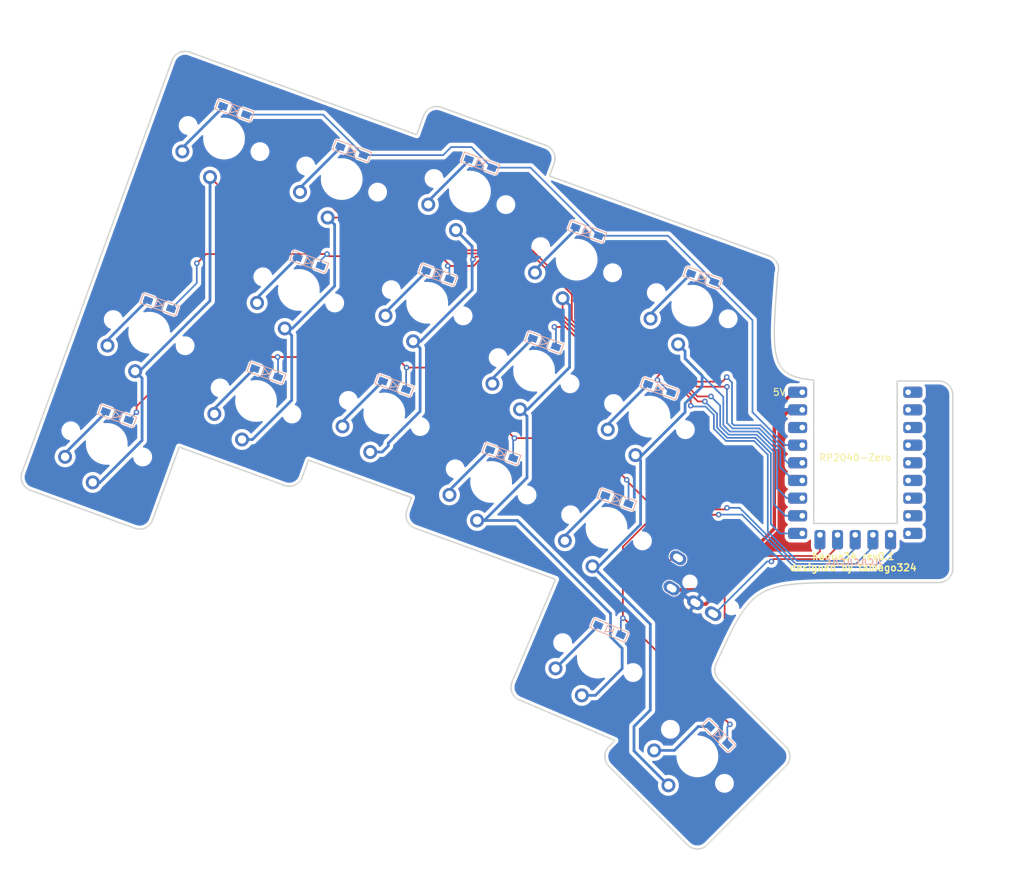
<source format=kicad_pcb>
(kicad_pcb (version 20211014) (generator pcbnew)
  (layers (0 "F.Cu" signal) (31 "B.Cu" signal) (34 "B.Paste" user) (35 "F.Paste" user) (36 "B.SilkS" user "B.Silkscreen") (37 "F.SilkS" user "F.Silkscreen") (38 "B.Mask" user) (39 "F.Mask" user) (44 "Edge.Cuts" user))
  (net 0 "")
  (net 1 "row0")
  (net 2 "Net-(D1-Pad2)")
  (net 3 "Net-(D2-Pad2)")
  (net 4 "Net-(D3-Pad2)")
  (net 5 "Net-(D4-Pad2)")
  (net 6 "Net-(D5-Pad2)")
  (net 7 "row1")
  (net 8 "Net-(D11-Pad2)")
  (net 9 "Net-(D12-Pad2)")
  (net 10 "Net-(D13-Pad2)")
  (net 11 "Net-(D14-Pad2)")
  (net 12 "Net-(D15-Pad2)")
  (net 13 "row2")
  (net 14 "row3")
  (net 15 "data-rx-l")
  (net 16 "data-tx-l")
  (net 17 "GND")
  (net 18 "VCC")
  (net 28 "col2")
  (net 29 "col3")
  (net 30 "col4")
  (net 31 "col1")
  (net 32 "col0")
  (net 34 "Net-(D6-Pad2)")
  (net 35 "Net-(D7-Pad2)")
  (net 36 "Net-(D8-Pad2)")
  (net 37 "Net-(D9-Pad2)")
  (net 38 "Net-(D10-Pad2)")
  (net 39 "Net-(D16-Pad2)")
  (net 40 "Net-(D17-Pad2)")
  (footprint "haqua34:SW_Choc_V2" (layer "F.Cu") (at 98.2 52.6 -20)
    (fp_text reference "SW4" hide)
    (fp_text value "SW_PUSH")
  )
  (footprint "haqua34:Diode_SMD" (layer "F.Cu") (at 65.875 36.95 160)
    (fp_text reference "D2" hide)
    (fp_text value "D" hide)
  )
  (footprint "haqua34:SW_Choc_V2" (layer "F.Cu") (at 102.5 91.175 -20)
    (fp_text reference "SW15" hide)
    (fp_text value "SW_PUSH")
  )
  (footprint "haqua34:MJ-4PP-9" (layer "F.Cu") (at 121.75 103.45 -121.5)
    (fp_text reference "J1" hide)
    (fp_text value "MJ-4PP-9" hide)
  )
  (footprint "haqua34:SW_Choc_V2" (layer "F.Cu") (at 82.85 42.8 -20)
    (fp_text reference "SW3" hide)
    (fp_text value "SW_PUSH")
  )
  (footprint "haqua34:Diode_SMD" (layer "F.Cu") (at 93.55 64.525 160)
    (fp_text reference "D9" hide)
    (fp_text value "D" hide)
  )
  (footprint "haqua34:SW_Choc_V2" (layer "F.Cu") (at 101.25 109.85 -23)
    (fp_text reference "SW16" hide)
    (fp_text value "SW_PUSH")
  )
  (footprint "haqua34:Diode_SMD" (layer "F.Cu") (at 110.15 71.125 160)
    (fp_text reference "D10" hide)
    (fp_text value "D" hide)
  )
  (footprint "haqua34:Diode_SMD" (layer "F.Cu") (at 78.225 54.775 160)
    (fp_text reference "D8" hide)
    (fp_text value "D" hide)
  )
  (footprint "haqua34:Diode_SMD" (layer "F.Cu") (at 72 70.675 160)
    (fp_text reference "D13" hide)
    (fp_text value "D" hide)
  )
  (footprint "haqua34:SW_Choc_V2" (layer "F.Cu") (at 76.7 58.8 -20)
    (fp_text reference "SW8" hide)
    (fp_text value "SW_PUSH")
  )
  (footprint "haqua34:SW_Choc_V2" (layer "F.Cu") (at 108.675 75.175 -20)
    (fp_text reference "SW10" hide)
    (fp_text value "SW_PUSH")
  )
  (footprint "haqua34:SW_Choc_V2" (layer "F.Cu") (at 114.825 59.225 -20)
    (fp_text reference "SW5" hide)
    (fp_text value "SW_PUSH")
  )
  (footprint "haqua34:SW_Choc_V2" (layer "F.Cu") (at 92.075 68.575 -20)
    (fp_text reference "SW9" hide)
    (fp_text value "SW_PUSH")
  )
  (footprint "haqua34:Diode_SMD" (layer "F.Cu") (at 38.2 59.05 160)
    (fp_text reference "D6" hide)
    (fp_text value "D" hide)
  )
  (footprint "haqua34:Diode_SMD" (layer "F.Cu") (at 84.35 38.75 160)
    (fp_text reference "D3" hide)
    (fp_text value "D" hide)
  )
  (footprint "haqua34:Diode_SMD" (layer "F.Cu") (at 104 87.125 160)
    (fp_text reference "D15" hide)
    (fp_text value "D" hide)
  )
  (footprint "haqua34:Diode_SMD" (layer "F.Cu") (at 32.1 75.05 160)
    (fp_text reference "D11" hide)
    (fp_text value "D" hide)
  )
  (footprint "haqua34:SW_Choc_V2" (layer "F.Cu") (at 58.225 56.95 -20)
    (fp_text reference "SW7" hide)
    (fp_text value "SW_PUSH")
  )
  (footprint "haqua34:Diode_SMD" (layer "F.Cu") (at 99.7 48.55 160)
    (fp_text reference "D4" hide)
    (fp_text value "D" hide)
  )
  (footprint "haqua34:Diode_SMD" (layer "F.Cu") (at 48.975 31.125 160)
    (fp_text reference "D1" hide)
    (fp_text value "D" hide)
  )
  (footprint "haqua34:SW_Choc_V2" (layer "F.Cu") (at 52.075 72.925 -20)
    (fp_text reference "SW12" hide)
    (fp_text value "SW_PUSH")
  )
  (footprint "haqua34:Diode_SMD" (layer "F.Cu") (at 59.725 52.9 160)
    (fp_text reference "D7" hide)
    (fp_text value "D" hide)
  )
  (footprint "haqua34:SW_Choc_V2" (layer "F.Cu") (at 70.525 74.725 -20)
    (fp_text reference "SW13" hide)
    (fp_text value "SW_PUSH")
  )
  (footprint "haqua34:RP2040-Zero" (layer "F.Cu") (at 128.119 94.525)
    (fp_text reference "RZ1")
    (fp_text value "RP2040-Zero")
  )
  (footprint "haqua34:Diode_SMD" (layer "F.Cu") (at 87.4 80.55 160)
    (fp_text reference "D14" hide)
    (fp_text value "D" hide)
  )
  (footprint "haqua34:Diode_SMD" (layer "F.Cu") (at 118.625 121.025 135)
    (fp_text reference "D17" hide)
    (fp_text value "D" hide)
  )
  (footprint "haqua34:Diode_SMD" (layer "F.Cu") (at 102.925 105.875 157)
    (fp_text reference "D16" hide)
    (fp_text value "D" hide)
  )
  (footprint "haqua34:SW_Choc_V2" (layer "F.Cu") (at 115.575 124.05 -45)
    (fp_text reference "SW17" hide)
    (fp_text value "SW_PUSH")
  )
  (footprint "haqua34:SW_Choc_V2" (layer "F.Cu") (at 64.4 41 -20)
    (fp_text reference "SW2" hide)
    (fp_text value "SW_PUSH")
  )
  (footprint "haqua34:SW_Choc_V2" (layer "F.Cu") (at 47.473157 35.175 -20)
    (fp_text reference "SW1" hide)
    (fp_text value "SW_PUSH")
  )
  (footprint "haqua34:Diode_SMD" (layer "F.Cu") (at 53.575 68.875 160)
    (fp_text reference "D12" hide)
    (fp_text value "D" hide)
  )
  (footprint "haqua34:Diode_SMD" (layer "F.Cu") (at 116.325 55.2 160)
    (fp_text reference "D5" hide)
    (fp_text value "D" hide)
  )
  (footprint "haqua34:SW_Choc_V2" (layer "F.Cu") (at 85.9 84.575 -20)
    (fp_text reference "SW14" hide)
    (fp_text value "SW_PUSH")
  )
  (footprint "haqua34:SW_Choc_V2" (layer "F.Cu") (at 36.7 63.1 -20)
    (fp_text reference "SW6" hide)
    (fp_text value "SW_PUSH")
  )
  (footprint "haqua34:SW_Choc_V2" (layer "F.Cu") (at 30.6 79.1 -20)
    (fp_text reference "SW11" hide)
    (fp_text value "SW_PUSH")
  )
  (gr_line (start 138.31276 99.050465) (end 150.31276 99.050465) (layer "Edge.Cuts") (width 0.2))
  (gr_arc (start 58.733446 83.879697) (mid 57.699298 85.008273) (end 56.170021 85.075042) (layer "Edge.Cuts") (width 0.2))
  (gr_line (start 19.6032 85.769459) (end 34.638282 91.241781) (layer "Edge.Cuts") (width 0.2))
  (gr_line (start 42.543069 22.742688) (end 75.178806 34.621125) (layer "Edge.Cuts") (width 0.2))
  (gr_line (start 132.31276 70.050465) (end 132.31276 69.916037) (layer "Edge.Cuts") (width 0.2))
  (gr_line (start 41.018354 79.560287) (end 56.170021 85.075042) (layer "Edge.Cuts") (width 0.2))
  (gr_line (start 74.438153 86.828202) (end 73.768529 88.66798) (layer "Edge.Cuts") (width 0.2))
  (gr_line (start 95.765379 118.407236) (end 103.707931 121.77865) (layer "Edge.Cuts") (width 0.2))
  (gr_line (start 74.963873 91.231405) (end 95.170636 98.586065) (layer "Edge.Cuts") (width 0.2))
  (gr_line (start 128.292419 122.650005) (end 118.660975 113.018561) (layer "Edge.Cuts") (width 0.2))
  (gr_line (start 37.201707 90.046436) (end 41.018354 79.560287) (layer "Edge.Cuts") (width 0.2))
  (gr_line (start 103.707931 121.77865) (end 102.836575 122.650005) (layer "Edge.Cuts") (width 0.2))
  (gr_arc (start 125.941527 52.071184) (mid 127.070102 53.105332) (end 127.136872 54.634609) (layer "Edge.Cuts") (width 0.2))
  (gr_line (start 89.973367 115.948673) (end 95.765379 118.407236) (layer "Edge.Cuts") (width 0.2))
  (gr_arc (start 152.31276 97.050465) (mid 151.726975 98.46468) (end 150.31276 99.050465) (layer "Edge.Cuts") (width 0.2))
  (gr_arc (start 37.201707 90.046436) (mid 36.167559 91.175011) (end 34.638282 91.241781) (layer "Edge.Cuts") (width 0.2))
  (gr_arc (start 19.6032 85.769459) (mid 18.474625 84.73531) (end 18.407855 83.206033) (layer "Edge.Cuts") (width 0.2))
  (gr_arc (start 39.979643 23.938033) (mid 41.013792 22.809457) (end 42.543069 22.742688) (layer "Edge.Cuts") (width 0.2))
  (gr_arc (start 93.776707 36.15229) (mid 94.905282 37.186439) (end 94.972052 38.715715) (layer "Edge.Cuts") (width 0.2))
  (gr_line (start 75.178806 34.621125) (end 76.178199 31.875312) (layer "Edge.Cuts") (width 0.2))
  (gr_arc (start 89.973367 115.948673) (mid 88.900462 114.856876) (end 88.91382 113.326201) (layer "Edge.Cuts") (width 0.2))
  (gr_line (start 102.836575 125.478432) (end 114.150284 136.792141) (layer "Edge.Cuts") (width 0.2))
  (gr_line (start 138.31276 90.550465) (end 144.31276 90.550465) (layer "Edge.Cuts") (width 0.2))
  (gr_line (start 144.31276 90.550465) (end 144.31276 70.050465) (layer "Edge.Cuts") (width 0.2))
  (gr_line (start 144.31276 70.050465) (end 150.31276 70.050465) (layer "Edge.Cuts") (width 0.2))
  (gr_line (start 116.978711 136.792141) (end 128.292419 125.478432) (layer "Edge.Cuts") (width 0.2))
  (gr_line (start 39.979643 23.938033) (end 18.407855 83.206033) (layer "Edge.Cuts") (width 0.2))
  (gr_curve (pts (xy 127.136872 54.634609) (xy 126.187564 66.877427) (xy 125.992169 69.39736) (xy 132.31276 69.916037)) (layer "Edge.Cuts") (width 0.2))
  (gr_line (start 59.622917 81.435897) (end 74.438153 86.828202) (layer "Edge.Cuts") (width 0.2))
  (gr_line (start 58.733446 83.879697) (end 59.622917 81.435897) (layer "Edge.Cuts") (width 0.2))
  (gr_arc (start 150.31276 70.050465) (mid 151.726979 70.636249) (end 152.31276 72.050465) (layer "Edge.Cuts") (width 0.2))
  (gr_arc (start 118.660975 113.018561) (mid 118.107984 111.965047) (end 118.251231 110.783874) (layer "Edge.Cuts") (width 0.2))
  (gr_line (start 95.170636 98.586065) (end 88.91382 113.326201) (layer "Edge.Cuts") (width 0.2))
  (gr_line (start 94.302427 40.555493) (end 125.941527 52.071184) (layer "Edge.Cuts") (width 0.2))
  (gr_line (start 132.31276 70.050465) (end 132.31276 90.550465) (layer "Edge.Cuts") (width 0.2))
  (gr_line (start 94.972052 38.715715) (end 94.302427 40.555493) (layer "Edge.Cuts") (width 0.2))
  (gr_arc (start 74.963873 91.231405) (mid 73.835298 90.197256) (end 73.768529 88.66798) (layer "Edge.Cuts") (width 0.2))
  (gr_arc (start 128.292419 122.650005) (mid 128.878206 124.064219) (end 128.292419 125.478432) (layer "Edge.Cuts") (width 0.2))
  (gr_line (start 78.741625 30.679968) (end 93.776707 36.15229) (layer "Edge.Cuts") (width 0.2))
  (gr_line (start 152.31276 97.050465) (end 152.31276 72.050465) (layer "Edge.Cuts") (width 0.2))
  (gr_arc (start 116.978711 136.792141) (mid 115.564497 137.377927) (end 114.150284 136.792141) (layer "Edge.Cuts") (width 0.2))
  (gr_arc (start 76.178199 31.875312) (mid 77.212348 30.746737) (end 78.741625 30.679968) (layer "Edge.Cuts") (width 0.2))
  (gr_curve (pts (xy 138.31276 99.050465) (xy 124.007338 99.050465) (xy 123.529287 99.050465) (xy 118.251231 110.783874)) (layer "Edge.Cuts") (width 0.2))
  (gr_line (start 132.31276 90.550465) (end 138.31276 90.550465) (layer "Edge.Cuts") (width 0.2))
  (gr_arc (start 102.836575 125.478432) (mid 102.250789 124.064219) (end 102.836575 122.650005) (layer "Edge.Cuts") (width 0.2))
  (gr_text "JLCJLCJLCJLC" (at 138.1 96.1) (layer "B.SilkS") (effects (font (size 0.8 0.8) (thickness 0.2)) (justify mirror)))
  (gr_text "haqua34 rev0.1\ndesigned by tamago324" (at 138 96.1) (layer "F.SilkS") (effects (font (size 1 1) (thickness 0.2))))
  (segment (start 61.717954 31.732086) (end 67.542954 37.557086) (width 0.25) (layer "B.Cu") (net 1))
  (segment (start 86.017954 39.357086) (end 91.567954 39.357086) (width 0.25) (layer "B.Cu") (net 1))
  (segment (start 111.342954 49.157086) (end 117.992954 55.807086) (width 0.25) (layer "B.Cu") (net 1))
  (segment (start 130.659 79.285) (end 128.23802 79.285) (width 0.25) (layer "B.Cu") (net 1))
  (segment (start 101.367954 49.157086) (end 111.342954 49.157086) (width 0.25) (layer "B.Cu") (net 1))
  (segment (start 67.542954 37.557086) (end 78.992914 37.557086) (width 0.25) (layer "B.Cu") (net 1))
  (segment (start 83.060868 36.4) (end 86.017954 39.357086) (width 0.25) (layer "B.Cu") (net 1))
  (segment (start 128.23802 79.285) (end 123.5 74.54698) (width 0.25) (layer "B.Cu") (net 1))
  (segment (start 80.15 36.4) (end 83.060868 36.4) (width 0.25) (layer "B.Cu") (net 1))
  (segment (start 78.992914 37.557086) (end 80.15 36.4) (width 0.25) (layer "B.Cu") (net 1))
  (segment (start 123.5 61.314132) (end 117.992954 55.807086) (width 0.25) (layer "B.Cu") (net 1))
  (segment (start 123.5 74.54698) (end 123.5 61.314132) (width 0.25) (layer "B.Cu") (net 1))
  (segment (start 91.567954 39.357086) (end 101.367954 49.157086) (width 0.25) (layer "B.Cu") (net 1))
  (segment (start 50.642954 31.732086) (end 61.717954 31.732086) (width 0.25) (layer "B.Cu") (net 1))
  (segment (start 41.475017 37.035731) (end 41.475017 36.524983) (width 0.25) (layer "B.Cu") (net 2))
  (segment (start 47.307046 30.692954) (end 47.307046 30.517914) (width 0.25) (layer "B.Cu") (net 2))
  (segment (start 41.475017 36.524983) (end 47.307046 30.692954) (width 0.4) (layer "B.Cu") (net 2))
  (segment (start 64.207046 36.47425) (end 64.207046 36.342914) (width 0.25) (layer "B.Cu") (net 3))
  (segment (start 58.40186 42.279436) (end 64.207046 36.47425) (width 0.4) (layer "B.Cu") (net 3))
  (segment (start 58.40186 42.860731) (end 58.40186 42.279436) (width 0.25) (layer "B.Cu") (net 3))
  (segment (start 76.85186 44.191936) (end 82.682046 38.36175) (width 0.4) (layer "B.Cu") (net 4))
  (segment (start 82.682046 38.36175) (end 82.682046 38.142914) (width 0.4) (layer "B.Cu") (net 4))
  (segment (start 76.85186 44.660731) (end 76.85186 44.191936) (width 0.4) (layer "B.Cu") (net 4))
  (segment (start 98.032046 48.267954) (end 98.032046 47.942914) (width 0.25) (layer "B.Cu") (net 5))
  (segment (start 92.20186 54.09814) (end 98.032046 48.267954) (width 0.4) (layer "B.Cu") (net 5))
  (segment (start 108.82686 61.085731) (end 108.82686 60.4231) (width 0.4) (layer "B.Cu") (net 6))
  (segment (start 108.82686 60.4231) (end 114.657046 54.592914) (width 0.4) (layer "B.Cu") (net 6))
  (segment (start 62.2875 51.7875) (end 62.6 52.1) (width 0.25) (layer "F.Cu") (net 7))
  (segment (start 44.8875 51.7875) (end 43.55 53.125) (width 0.25) (layer "F.Cu") (net 7))
  (segment (start 109.825 69.425) (end 110.325 68.925) (width 0.25) (layer "F.Cu") (net 7))
  (segment (start 78.7 52.15) (end 80.05 53.5) (width 0.25) (layer "F.Cu") (net 7))
  (segment (start 110.938604 68.925) (end 110.325 68.925) (width 0.25) (layer "F.Cu") (net 7))
  (segment (start 114.606581 73.6) (end 114.606581 72.592977) (width 0.25) (layer "F.Cu") (net 7))
  (segment (start 109.825 69.9) (end 109.825 69.425) (width 0.25) (layer "F.Cu") (net 7))
  (segment (start 110.325 68.925) (end 109.35 68.925) (width 0.25) (layer "F.Cu") (net 7))
  (segment (start 95.975 62.275) (end 96.294302 61.955698) (width 0.25) (layer "F.Cu") (net 7))
  (segment (start 95 62.275) (end 95.975 62.275) (width 0.25) (layer "F.Cu") (net 7))
  (segment (start 103.25 68.925) (end 96.525 62.2) (width 0.25) (layer "F.Cu") (net 7))
  (segment (start 84.275305 52.6) (end 83.375305 53.5) (width 0.25) (layer "F.Cu") (net 7))
  (segment (start 62.6 52.1) (end 68.852208 52.1) (width 0.25) (layer "F.Cu") (net 7))
  (segment (start 80.05 53.5) (end 79.65 53.5) (width 0.25) (layer "F.Cu") (net 7))
  (segment (start 86.938604 52.6) (end 84.275305 52.6) (width 0.25) (layer "F.Cu") (net 7))
  (segment (start 96.294302 61.955698) (end 86.938604 52.6) (width 0.25) (layer "F.Cu") (net 7))
  (segment (start 109.45 68.925) (end 103.25 68.925) (width 0.25) (layer "F.Cu") (net 7))
  (segment (start 96.538604 62.2) (end 96.294302 61.955698) (width 0.25) (layer "F.Cu") (net 7))
  (segment (start 68.852208 52.1) (end 68.902208 52.15) (width 0.25) (layer "F.Cu") (net 7))
  (segment (start 62.2875 51.7875) (end 44.8875 51.7875) (width 0.25) (layer "F.Cu") (net 7))
  (segment (start 114.606581 72.592977) (end 110.938604 68.925) (width 0.25) (layer "F.Cu") (net 7))
  (segment (start 68.902208 52.15) (end 78.7 52.15) (width 0.25) (layer "F.Cu") (net 7))
  (segment (start 83.375305 53.5) (end 80.05 53.5) (width 0.25) (layer "F.Cu") (net 7))
  (via (at 62.2875 51.7875) (size 0.8) (drill 0.4) (layers "F.Cu" "B.Cu") (net 7))
  (via (at 109.825 69.9) (size 0.8) (drill 0.4) (layers "F.Cu" "B.Cu") (net 7))
  (via (at 95 62.275) (size 0.8) (drill 0.4) (layers "F.Cu" "B.Cu") (net 7))
  (via (at 79.65 53.5) (size 0.8) (drill 0.4) (layers "F.Cu" "B.Cu") (net 7))
  (via (at 114.606581 73.6) (size 0.8) (drill 0.4) (layers "F.Cu" "B.Cu") (net 7))
  (via (at 43.55 53.125) (size 0.8) (drill 0.4) (layers "F.Cu" "B.Cu") (net 7))
  (segment (start 138.279 94.096) (end 138.279 92.195) (width 0.25) (layer "B.Cu") (net 7))
  (segment (start 125.7 80.645584) (end 125.7 91.713604) (width 0.25) (layer "B.Cu") (net 7))
  (segment (start 119.681581 78.675) (end 123.729416 78.675) (width 0.25) (layer "B.Cu") (net 7))
  (segment (start 116.738604 73.7245) (end 117.95 74.935896) (width 0.25) (layer "B.Cu") (net 7))
  (segment (start 61.392954 52.682046) (end 61.392954 53.507086) (width 0.25) (layer "B.Cu") (net 7))
  (segment (start 95.217954 62.492954) (end 95 62.275) (width 0.25) (layer "B.Cu") (net 7))
  (segment (start 114.731081 73.7245) (end 116.738604 73.7245) (width 0.25) (layer "B.Cu") (net 7))
  (segment (start 123.729416 78.675) (end 125.7 80.645584) (width 0.25) (layer "B.Cu") (net 7))
  (segment (start 117.95 74.935896) (end 117.95 76.943419) (width 0.25) (layer "B.Cu") (net 7))
  (segment (start 79.892954 53.742954) (end 79.65 53.5) (width 0.25) (layer "B.Cu") (net 7))
  (segment (start 79.892954 55.382086) (end 79.892954 53.742954) (width 0.25) (layer "B.Cu") (net 7))
  (segment (start 114.606581 73.6) (end 114.731081 73.7245) (width 0.25) (layer "B.Cu") (net 7))
  (segment (start 39.867954 59.657086) (end 43.55 55.97504) (width 0.25) (layer "B.Cu") (net 7))
  (segment (start 125.7 91.713604) (end 129.911396 95.925) (width 0.25) (layer "B.Cu") (net 7))
  (segment (start 111.657086 71.732086) (end 111.817954 71.732086) (width 0.25) (layer "B.Cu") (net 7))
  (segment (start 109.825 69.9) (end 111.657086 71.732086) (width 0.25) (layer "B.Cu") (net 7))
  (segment (start 43.55 55.97504) (end 43.55 53.125) (width 0.25) (layer "B.Cu") (net 7))
  (segment (start 129.911396 95.925) (end 136.45 95.925) (width 0.25) (layer "B.Cu") (net 7))
  (segment (start 136.45 95.925) (end 138.279 94.096) (width 0.25) (layer "B.Cu") (net 7))
  (segment (start 117.95 76.943419) (end 119.681581 78.675) (width 0.25) (layer "B.Cu") (net 7))
  (segment (start 95.217954 65.132086) (end 95.217954 62.492954) (width 0.25) (layer "B.Cu") (net 7))
  (segment (start 62.2875 51.7875) (end 61.392954 52.682046) (width 0.25) (layer "B.Cu") (net 7))
  (segment (start 24.60186 80.44814) (end 30.357046 74.692954) (width 0.4) (layer "B.Cu") (net 8))
  (segment (start 30.432046 74.692954) (end 30.432046 74.442914) (width 0.25) (layer "B.Cu") (net 8))
  (segment (start 30.357046 74.692954) (end 30.432046 74.692954) (width 0.4) (layer "B.Cu") (net 8))
  (segment (start 24.60186 80.52314) (end 24.60186 80.44814) (width 0.4) (layer "B.Cu") (net 8))
  (segment (start 46.07686 74.785731) (end 46.07686 74.02314) (width 0.4) (layer "B.Cu") (net 9))
  (segment (start 51.832086 68.267914) (end 51.907046 68.267914) (width 0.25) (layer "B.Cu") (net 9))
  (segment (start 46.07686 74.02314) (end 51.832086 68.267914) (width 0.4) (layer "B.Cu") (net 9))
  (segment (start 70.332046 70.067914) (end 64.52686 75.8731) (width 0.4) (layer "B.Cu") (net 10))
  (segment (start 64.52686 75.8731) (end 64.52686 76.585731) (width 0.4) (layer "B.Cu") (net 10))
  (segment (start 79.90186 85.7731) (end 85.732046 79.942914) (width 0.4) (layer "B.Cu") (net 11))
  (segment (start 79.90186 86.435731) (end 79.90186 85.7731) (width 0.4) (layer "B.Cu") (net 11))
  (segment (start 96.50186 92.3481) (end 96.50186 93.035731) (width 0.4) (layer "B.Cu") (net 12))
  (segment (start 102.332046 86.517914) (end 96.50186 92.3481) (width 0.4) (layer "B.Cu") (net 12))
  (segment (start 41.981834 66.6) (end 55.175 66.6) (width 0.25) (layer "F.Cu") (net 13))
  (segment (start 55.175 66.6) (end 72.2 66.6) (width 0.25) (layer "F.Cu") (net 13))
  (segment (start 34.882581 73.699253) (end 41.981834 66.6) (width 0.25) (layer "F.Cu") (net 13))
  (segment (start 119.6 88.525) (end 119.825 88.3) (width 0.25) (layer "F.Cu") (net 13))
  (segment (start 79.1 68.125) (end 89.25 78.275) (width 0.25) (layer "F.Cu") (net 13))
  (segment (start 34.882581 74.55) (end 34.882581 73.699253) (width 0.25) (layer "F.Cu") (net 13))
  (segment (start 105.4 84.275) (end 105.4 84.4) (width 0.25) (layer "F.Cu") (net 13))
  (segment (start 89.25 78.275) (end 99.4 78.275) (width 0.25) (layer "F.Cu") (net 13))
  (segment (start 105.4 84.4) (end 109.525 88.525) (width 0.25) (layer "F.Cu") (net 13))
  (segment (start 109.525 88.525) (end 119.6 88.525) (width 0.25) (layer "F.Cu") (net 13))
  (segment (start 72.2 66.6) (end 73.725 68.125) (width 0.25) (layer "F.Cu") (net 13))
  (segment (start 73.725 68.125) (end 79.1 68.125) (width 0.25) (layer "F.Cu") (net 13))
  (segment (start 99.4 78.275) (end 105.4 84.275) (width 0.25) (layer "F.Cu") (net 13))
  (via (at 55.175 66.6) (size 0.8) (drill 0.4) (layers "F.Cu" "B.Cu") (net 13))
  (via (at 34.882581 74.55) (size 0.8) (drill 0.4) (layers "F.Cu" "B.Cu") (net 13))
  (via (at 89.25 78.275) (size 0.8) (drill 0.4) (layers "F.Cu" "B.Cu") (net 13))
  (via (at 119.825 88.3) (size 0.8) (drill 0.4) (layers "F.Cu" "B.Cu") (net 13))
  (via (at 105.4 84.275) (size 0.8) (drill 0.4) (layers "F.Cu" "B.Cu") (net 13))
  (via (at 73.725 68.125) (size 0.8) (drill 0.4) (layers "F.Cu" "B.Cu") (net 13))
  (segment (start 89.067954 78.507046) (end 89.25 78.275) (width 0.25) (layer "B.Cu") (net 13))
  (segment (start 89.067954 81.157086) (end 89.067954 78.507046) (width 0.25) (layer "B.Cu") (net 13))
  (segment (start 55.242954 69.482086) (end 55.242954 66.667954) (width 0.25) (layer "B.Cu") (net 13))
  (segment (start 105.667954 87.732086) (end 105.667954 84.542954) (width 0.25) (layer "B.Cu") (net 13))
  (segment (start 34.882581 74.55) (end 34.87504 74.55) (width 0.25) (layer "B.Cu") (net 13))
  (segment (start 119.825 88.3) (end 121.65 88.3) (width 0.25) (layer "B.Cu") (net 13))
  (segment (start 73.667954 68.382046) (end 73.725 68.125) (width 0.25) (layer "B.Cu") (net 13))
  (segment (start 55.242954 66.667954) (end 55.175 66.6) (width 0.25) (layer "B.Cu") (net 13))
  (segment (start 121.65 88.3) (end 129.725 96.375) (width 0.25) (layer "B.Cu") (net 13))
  (segment (start 129.725 96.375) (end 138.375 96.375) (width 0.25) (layer "B.Cu") (net 13))
  (segment (start 140.819 93.931) (end 140.819 92.195) (width 0.25) (layer "B.Cu") (net 13))
  (segment (start 105.667954 84.542954) (end 105.4 84.275) (width 0.25) (layer "B.Cu") (net 13))
  (segment (start 73.725 68.125) (end 73.775 68.275) (width 0.25) (layer "B.Cu") (net 13))
  (segment (start 138.375 96.375) (end 140.819 93.931) (width 0.25) (layer "B.Cu") (net 13))
  (segment (start 73.667954 71.282086) (end 73.667954 68.382046) (width 0.25) (layer "B.Cu") (net 13))
  (segment (start 34.87504 74.55) (end 33.767954 75.657086) (width 0.25) (layer "B.Cu") (net 13))
  (segment (start 118.625 89.275) (end 118.6 89.3) (width 0.25) (layer "F.Cu") (net 14))
  (segment (start 118.6 89.3) (end 109.45 89.3) (width 0.25) (layer "F.Cu") (net 14))
  (segment (start 104.85 93.9) (end 104.85 104.175) (width 0.25) (layer "F.Cu") (net 14))
  (segment (start 120.25 119.45) (end 104.975 104.175) (width 0.25) (layer "F.Cu") (net 14))
  (segment (start 104.975 104.175) (end 104.85 104.175) (width 0.25) (layer "F.Cu") (net 14))
  (segment (start 109.45 89.3) (end 104.85 93.9) (width 0.25) (layer "F.Cu") (net 14))
  (via (at 120.25 119.45) (size 0.8) (drill 0.4) (layers "F.Cu" "B.Cu") (net 14))
  (via (at 118.625 89.275) (size 0.8) (drill 0.4) (layers "F.Cu" "B.Cu") (net 14))
  (via (at 104.85 104.175) (size 0.8) (drill 0.4) (layers "F.Cu" "B.Cu") (net 14))
  (segment (start 119.880115 119.819885) (end 120.25 119.45) (width 0.25) (layer "B.Cu") (net 14))
  (segment (start 104.558896 104.566104) (end 104.875 104.25) (width 0.25) (layer "B.Cu") (net 14))
  (segment (start 143.359 92.195) (end 143.359 94.466) (width 0.25) (layer "B.Cu") (net 14))
  (segment (start 143.359 94.466) (end 141 96.825) (width 0.25) (layer "B.Cu") (net 14))
  (segment (start 104.558896 106.568548) (end 104.558896 104.566104) (width 0.25) (layer "B.Cu") (net 14))
  (segment (start 129.538604 96.825) (end 121.988604 89.275) (width 0.25) (layer "B.Cu") (net 14))
  (segment (start 121.988604 89.275) (end 118.625 89.275) (width 0.25) (layer "B.Cu") (net 14))
  (segment (start 141 96.825) (end 129.538604 96.825) (width 0.25) (layer "B.Cu") (net 14))
  (segment (start 119.880115 122.280115) (end 119.880115 119.819885) (width 0.25) (layer "B.Cu") (net 14))
  (segment (start 124.520013 95.225) (end 132.525 95.225) (width 0.25) (layer "F.Cu") (net 15))
  (segment (start 109.95 97.575) (end 109.95 100.6) (width 0.25) (layer "F.Cu") (net 15))
  (segment (start 119.496039 100.248974) (end 124.520013 95.225) (width 0.25) (layer "F.Cu") (net 15))
  (segment (start 115.125 105.775) (end 118.4 105.775) (width 0.25) (layer "F.Cu") (net 15))
  (segment (start 132.525 95.225) (end 133.199 94.551) (width 0.25) (layer "F.Cu") (net 15))
  (segment (start 109.95 100.6) (end 115.125 105.775) (width 0.25) (layer "F.Cu") (net 15))
  (segment (start 118.4 105.775) (end 119.496039 104.678961) (width 0.25) (layer "F.Cu") (net 15))
  (segment (start 133.199 94.551) (end 133.199 92.195) (width 0.25) (layer "F.Cu") (net 15))
  (segment (start 119.496039 104.678961) (end 119.496039 100.248974) (width 0.25) (layer "F.Cu") (net 15))
  (segment (start 112.851934 95.685026) (end 111.839974 95.685026) (width 0.25) (layer "F.Cu") (net 15))
  (segment (start 111.839974 95.685026) (end 109.95 97.575) (width 0.25) (layer "F.Cu") (net 15))
  (segment (start 126.218885 96.018885) (end 126.56277 95.675) (width 0.25) (layer "F.Cu") (net 16))
  (segment (start 126.56277 95.675) (end 133.95 95.675) (width 0.25) (layer "F.Cu") (net 16))
  (segment (start 133.95 95.675) (end 135.739 93.886) (width 0.25) (layer "F.Cu") (net 16))
  (segment (start 135.739 93.886) (end 135.739 92.195) (width 0.25) (layer "F.Cu") (net 16))
  (via (at 126.218885 96.018885) (size 0.8) (drill 0.4) (layers "F.Cu" "B.Cu") (net 16))
  (segment (start 126.218885 96.018885) (end 125.593348 96.018885) (width 0.25) (layer "B.Cu") (net 16))
  (segment (start 125.593348 96.018885) (end 117.904881 103.707352) (width 0.25) (layer "B.Cu") (net 16))
  (segment (start 128.845 74.205) (end 130.659 74.205) (width 0.25) (layer "F.Cu") (net 17))
  (segment (start 127.35 91.581841) (end 127.35 75.7) (width 0.5) (layer "F.Cu") (net 17))
  (segment (start 116.791985 102.139856) (end 127.35 91.581841) (width 0.5) (layer "F.Cu") (net 17))
  (segment (start 115.346961 102.139856) (end 116.791985 102.139856) (width 0.5) (layer "F.Cu") (net 17))
  (segment (start 115.346961 102.139856) (end 115.543401 101.943416) (width 0.25) (layer "F.Cu") (net 17))
  (segment (start 127.35 75.7) (end 128.845 74.205) (width 0.5) (layer "F.Cu") (net 17))
  (segment (start 126.65 91.291891) (end 126.65 74.375) (width 0.5) (layer "F.Cu") (net 18))
  (segment (start 111.9364 100.049862) (end 111.995301 100.108763) (width 0.5) (layer "F.Cu") (net 18))
  (segment (start 129.36 71.665) (end 130.659 71.665) (width 0.25) (layer "F.Cu") (net 18))
  (segment (start 114.966958 100.1) (end 117.841891 100.1) (width 0.5) (layer "F.Cu") (net 18))
  (segment (start 126.65 74.375) (end 129.36 71.665) (width 0.5) (layer "F.Cu") (net 18))
  (segment (start 114.958195 100.108763) (end 114.966958 100.1) (width 0.5) (layer "F.Cu") (net 18))
  (segment (start 117.841891 100.1) (end 126.65 91.291891) (width 0.5) (layer "F.Cu") (net 18))
  (segment (start 111.995301 100.108763) (end 114.958195 100.108763) (width 0.5) (layer "F.Cu") (net 18))
  (segment (start 83.7 52.15) (end 83.275 52.575) (width 0.25) (layer "F.Cu") (net 28))
  (segment (start 111.125 68.475) (end 103.45 68.475) (width 0.25) (layer "F.Cu") (net 28))
  (segment (start 103.45 68.475) (end 87.125 52.15) (width 0.25) (layer "F.Cu") (net 28))
  (segment (start 87.125 52.15) (end 83.7 52.15) (width 0.25) (layer "F.Cu") (net 28))
  (segment (start 116.65 72.9995) (end 115.6495 72.9995) (width 0.25) (layer "F.Cu") (net 28))
  (segment (start 115.6495 72.9995) (end 111.125 68.475) (width 0.25) (layer "F.Cu") (net 28))
  (via (at 83.275 52.575) (size 0.8) (drill 0.4) (layers "F.Cu" "B.Cu") (net 28))
  (via (at 116.65 72.9995) (size 0.8) (drill 0.4) (layers "F.Cu" "B.Cu") (net 28))
  (segment (start 118.4 76.757023) (end 119.867977 78.225) (width 0.25) (layer "B.Cu") (net 28))
  (segment (start 118.4 74.7495) (end 118.4 76.757023) (width 0.25) (layer "B.Cu") (net 28))
  (segment (start 75.755814 64.344186) (end 74.682081 64.344186) (width 0.4) (layer "B.Cu") (net 28))
  (segment (start 71.1 79) (end 71.1 79.4) (width 0.4) (layer "B.Cu") (net 28))
  (segment (start 70.230814 80.269186) (end 68.507081 80.269186) (width 0.4) (layer "B.Cu") (net 28))
  (segment (start 126.15 90.65) (end 127.485 91.985) (width 0.25) (layer "B.Cu") (net 28))
  (segment (start 83.16831 56.93169) (end 75.755814 64.344186) (width 0.4) (layer "B.Cu") (net 28))
  (segment (start 75.682081 65.344186) (end 75.682081 74.417919) (width 0.4) (layer "B.Cu") (net 28))
  (segment (start 74.682081 64.344186) (end 75.682081 65.344186) (width 0.4) (layer "B.Cu") (net 28))
  (segment (start 83.16831 50.680415) (end 83.16831 56.93169) (width 0.4) (layer "B.Cu") (net 28))
  (segment (start 126.15 80.459188) (end 126.15 90.65) (width 0.25) (layer "B.Cu") (net 28))
  (segment (start 80.832081 48.344186) (end 83.16831 50.680415) (width 0.4) (layer "B.Cu") (net 28))
  (segment (start 119.867977 78.225) (end 123.915812 78.225) (width 0.25) (layer "B.Cu") (net 28))
  (segment (start 75.682081 74.417919) (end 71.1 79) (width 0.4) (layer "B.Cu") (net 28))
  (segment (start 127.485 91.985) (end 130.659 91.985) (width 0.25) (layer "B.Cu") (net 28))
  (segment (start 116.65 72.9995) (end 118.4 74.7495) (width 0.25) (layer "B.Cu") (net 28))
  (segment (start 71.1 79.4) (end 70.230814 80.269186) (width 0.4) (layer "B.Cu") (net 28))
  (segment (start 123.915812 78.225) (end 126.15 80.459188) (width 0.25) (layer "B.Cu") (net 28))
  (segment (start 115.575 72.275) (end 111.325 68.025) (width 0.25) (layer "F.Cu") (net 29))
  (segment (start 96.182081 60.570685) (end 96.182081 58.144186) (width 0.25) (layer "F.Cu") (net 29))
  (segment (start 117.525 72.275) (end 115.575 72.275) (width 0.25) (layer "F.Cu") (net 29))
  (segment (start 103.636396 68.025) (end 96.182081 60.570685) (width 0.25) (layer "F.Cu") (net 29))
  (segment (start 111.325 68.025) (end 103.636396 68.025) (width 0.25) (layer "F.Cu") (net 29))
  (via (at 117.525 72.275) (size 0.8) (drill 0.4) (layers "F.Cu" "B.Cu") (net 29))
  (segment (start 97.182081 59.144186) (end 97.182081 68.092919) (width 0.4) (layer "B.Cu") (net 29))
  (segment (start 126.6 87.80698) (end 126.6 80.272792) (width 0.25) (layer "B.Cu") (net 29))
  (segment (start 98.944686 115.280979) (end 100.894021 115.280979) (width 0.4) (layer "B.Cu") (net 29))
  (segment (start 126.6 80.272792) (end 124.102208 77.775) (width 0.25) (layer "B.Cu") (net 29))
  (segment (start 91.057081 75.119186) (end 91.057081 83.967919) (width 0.4) (layer "B.Cu") (net 29))
  (segment (start 91.057081 83.967919) (end 84.905814 90.119186) (width 0.4) (layer "B.Cu") (net 29))
  (segment (start 96.182081 58.144186) (end 97.182081 59.144186) (width 0.4) (layer "B.Cu") (net 29))
  (segment (start 104.75 111.425) (end 104.75 108.525) (width 0.4) (layer "B.Cu") (net 29))
  (segment (start 104.75 108.525) (end 103.075 106.85) (width 0.4) (layer "B.Cu") (net 29))
  (segment (start 103.075 106.85) (end 103.075 103.5) (width 0.4) (layer "B.Cu") (net 29))
  (segment (start 124.102208 77.775) (end 120.054373 77.775) (width 0.25) (layer "B.Cu") (net 29))
  (segment (start 90.057081 74.119186) (end 91.057081 75.119186) (width 0.4) (layer "B.Cu") (net 29))
  (segment (start 103.075 103.5) (end 89.694186 90.119186) (width 0.4) (layer "B.Cu") (net 29))
  (segment (start 120.054373 77.775) (end 118.85 76.570627) (width 0.25) (layer "B.Cu") (net 29))
  (segment (start 118.85 73.6) (end 117.525 72.275) (width 0.25) (layer "B.Cu") (net 29))
  (segment (start 84.905814 90.119186) (end 83.882081 90.119186) (width 0.4) (layer "B.Cu") (net 29))
  (segment (start 128.23802 89.445) (end 126.6 87.80698) (width 0.25) (layer "B.Cu") (net 29))
  (segment (start 97.182081 68.092919) (end 91.155814 74.119186) (width 0.4) (layer "B.Cu") (net 29))
  (segment (start 118.85 76.570627) (end 118.85 73.6) (width 0.25) (layer "B.Cu") (net 29))
  (segment (start 89.694186 90.119186) (end 83.882081 90.119186) (width 0.4) (layer "B.Cu") (net 29))
  (segment (start 130.659 89.445) (end 128.23802 89.445) (width 0.25) (layer "B.Cu") (net 29))
  (segment (start 91.155814 74.119186) (end 90.057081 74.119186) (width 0.4) (layer "B.Cu") (net 29))
  (segment (start 100.894021 115.280979) (end 104.75 111.425) (width 0.4) (layer "B.Cu") (net 29))
  (segment (start 106.45 123.26886) (end 106.45 119.755555) (width 0.4) (layer "B.Cu") (net 30))
  (segment (start 127.05 80.086396) (end 124.288604 77.325) (width 0.25) (layer "B.Cu") (net 30))
  (segment (start 114.3 72.8) (end 114.27521 72.8) (width 0.4) (layer "B.Cu") (net 30))
  (segment (start 107.4 81.462105) (end 106.657081 80.719186) (width 0.4) (layer "B.Cu") (net 30))
  (segment (start 127.05 85.525) (end 127.05 80.086396) (width 0.25) (layer "B.Cu") (net 30))
  (segment (start 130.659 86.905) (end 128.43 86.905) (width 0.25) (layer "B.Cu") (net 30))
  (segment (start 111.40307 128.22193) (end 106.45 123.26886) (width 0.4) (layer "B.Cu") (net 30))
  (segment (start 107.4 90.7) (end 107.4 81.462105) (width 0.4) (layer "B.Cu") (net 30))
  (segment (start 108.8 117.405555) (end 108.8 105.037105) (width 0.4) (layer "B.Cu") (net 30))
  (segment (start 113.807081 66.832081) (end 116.25 69.275) (width 0.4) (layer "B.Cu") (net 30))
  (segment (start 100.482081 96.719186) (end 101.380814 96.719186) (width 0.4) (layer "B.Cu") (net 30))
  (segment (start 101.380814 96.719186) (end 107.4 90.7) (width 0.4) (layer "B.Cu") (net 30))
  (segment (start 113.806581 74.543419) (end 107.630814 80.719186) (width 0.4) (layer "B.Cu") (net 30))
  (segment (start 106.45 119.755555) (end 108.8 117.405555) (width 0.4) (layer "B.Cu") (net 30))
  (segment (start 113.807081 65.769186) (end 113.807081 66.832081) (width 0.4) (layer "B.Cu") (net 30))
  (segment (start 116.25 69.275) (end 116.25 70.85) (width 0.4) (layer "B.Cu") (net 30))
  (segment (start 112.807081 64.769186) (end 113.807081 65.769186) (width 0.4) (layer "B.Cu") (net 30))
  (segment (start 120.240769 77.325) (end 119.3 76.384231) (width 0.25) (layer "B.Cu") (net 30))
  (segment (start 114.27521 72.8) (end 113.806581 73.268629) (width 0.4) (layer "B.Cu") (net 30))
  (segment (start 128.43 86.905) (end 127.05 85.525) (width 0.25) (layer "B.Cu") (net 30))
  (segment (start 124.288604 77.325) (end 120.240769 77.325) (width 0.25) (layer "B.Cu") (net 30))
  (segment (start 113.806581 73.268629) (end 113.806581 74.543419) (width 0.4) (layer "B.Cu") (net 30))
  (segment (start 116.25 70.85) (end 114.3 72.8) (width 0.4) (layer "B.Cu") (net 30))
  (segment (start 108.8 105.037105) (end 100.482081 96.719186) (width 0.4) (layer "B.Cu") (net 30))
  (segment (start 119.3 72.325) (end 113.807081 66.832081) (width 0.25) (layer "B.Cu") (net 30))
  (segment (start 119.3 76.384231) (end 119.3 72.325) (width 0.25) (layer "B.Cu") (net 30))
  (segment (start 107.630814 80.719186) (end 106.657081 80.719186) (width 0.4) (layer "B.Cu") (net 30))
  (segment (start 69.088604 51.7) (end 63.93279 46.544186) (width 0.25) (layer "F.Cu") (net 31))
  (segment (start 97.507081 57.595353) (end 91.611728 51.7) (width 0.25) (layer "F.Cu") (net 31))
  (segment (start 63.93279 46.544186) (end 62.382081 46.544186) (width 0.25) (layer "F.Cu") (net 31))
  (segment (start 103.822792 67.575) (end 97.507081 61.259289) (width 0.25) (layer "F.Cu") (net 31))
  (segment (start 115.475 70.875) (end 112.175 67.575) (width 0.25) (layer "F.Cu") (net 31))
  (segment (start 91.611728 51.7) (end 69.088604 51.7) (width 0.25) (layer "F.Cu") (net 31))
  (segment (start 112.175 67.575) (end 103.822792 67.575) (width 0.25) (layer "F.Cu") (net 31))
  (segment (start 97.507081 61.259289) (end 97.507081 57.595353) (width 0.25) (layer "F.Cu") (net 31))
  (segment (start 119.825 70.875) (end 115.475 70.875) (width 0.25) (layer "F.Cu") (net 31))
  (via (at 119.825 70.875) (size 0.8) (drill 0.4) (layers "F.Cu" "B.Cu") (net 31))
  (segment (start 57.207081 63.494186) (end 57.207081 72.817919) (width 0.4) (layer "B.Cu") (net 31))
  (segment (start 62.382081 46.544186) (end 63.382081 47.544186) (width 0.4) (layer "B.Cu") (net 31))
  (segment (start 63.382081 56.392919) (end 57.280814 62.494186) (width 0.4) (layer "B.Cu") (net 31))
  (segment (start 51.555814 78.469186) (end 50.057081 78.469186) (width 0.4) (layer "B.Cu") (net 31))
  (segment (start 119.825 76.075) (end 119.825 70.875) (width 0.25) (layer "B.Cu") (net 31))
  (segment (start 130.659 84.365) (end 129.415 84.365) (width 0.25) (layer "B.Cu") (net 31))
  (segment (start 127.5 79.9) (end 124.475 76.875) (width 0.25) (layer "B.Cu") (net 31))
  (segment (start 124.475 76.875) (end 120.625 76.875) (width 0.25) (layer "B.Cu") (net 31))
  (segment (start 127.5 82.45) (end 127.5 79.9) (width 0.25) (layer "B.Cu") (net 31))
  (segment (start 63.382081 47.544186) (end 63.382081 56.392919) (width 0.4) (layer "B.Cu") (net 31))
  (segment (start 120.625 76.875) (end 119.825 76.075) (width 0.25) (layer "B.Cu") (net 31))
  (segment (start 56.207081 62.494186) (end 57.207081 63.494186) (width 0.4) (layer "B.Cu") (net 31))
  (segment (start 57.207081 72.817919) (end 51.555814 78.469186) (width 0.4) (layer "B.Cu") (net 31))
  (segment (start 129.415 84.365) (end 127.5 82.45) (width 0.25) (layer "B.Cu") (net 31))
  (segment (start 97.957081 61.072893) (end 97.957081 57.408957) (width 0.25) (layer "F.Cu") (net 32))
  (segment (start 69.275 51.25) (end 62.8 44.775) (width 0.25) (layer "F.Cu") (net 32))
  (segment (start 115.525 70.15) (end 112.175 66.8) (width 0.25) (layer "F.Cu") (net 32))
  (segment (start 112.175 66.8) (end 103.684188 66.8) (width 0.25) (layer "F.Cu") (net 32))
  (segment (start 103.684188 66.8) (end 97.957081 61.072893) (width 0.25) (layer "F.Cu") (net 32))
  (segment (start 119.8 69.5) (end 119.15 70.15) (width 0.25) (layer "F.Cu") (net 32))
  (segment (start 49.511052 44.775) (end 45.455238 40.719186) (width 0.25) (layer "F.Cu") (net 32))
  (segment (start 91.798124 51.25) (end 69.275 51.25) (width 0.25) (layer "F.Cu") (net 32))
  (segment (start 62.8 44.775) (end 49.511052 44.775) (width 0.25) (layer "F.Cu") (net 32))
  (segment (start 119.15 70.15) (end 115.525 70.15) (width 0.25) (layer "F.Cu") (net 32))
  (segment (start 97.957081 57.408957) (end 91.798124 51.25) (width 0.25) (layer "F.Cu") (net 32))
  (via (at 119.8 69.5) (size 0.8) (drill 0.4) (layers "F.Cu" "B.Cu") (net 32))
  (segment (start 128.1 81.35) (end 128.575 81.825) (width 0.25) (layer "B.Cu") (net 32))
  (segment (start 29.630814 84.644186) (end 28.582081 84.644186) (width 0.4) (layer "B.Cu") (net 32))
  (segment (start 120.825 76.425) (end 124.661396 76.425) (width 0.25) (layer "B.Cu") (net 32))
  (segment (start 34.682081 68.644186) (end 35.682081 69.644186) (width 0.4) (layer "B.Cu") (net 32))
  (segment (start 45.455238 58.516694) (end 35.327746 68.644186) (width 0.4) (layer "B.Cu") (net 32))
  (segment (start 128.1 79.863604) (end 128.1 81.35) (width 0.25) (layer "B.Cu") (net 32))
  (segment (start 35.605814 68.644186) (end 34.682081 68.644186) (width 0.25) (layer "B.Cu") (net 32))
  (segment (start 119.8 69.5) (end 120.55 70.25) (width 0.25) (layer "B.Cu") (net 32))
  (segment (start 128.575 81.825) (end 130.659 81.825) (width 0.25) (layer "B.Cu") (net 32))
  (segment (start 35.682081 78.592919) (end 29.630814 84.644186) (width 0.4) (layer "B.Cu") (net 32))
  (segment (start 45.455238 40.719186) (end 45.455238 58.516694) (width 0.4) (layer "B.Cu") (net 32))
  (segment (start 35.682081 69.644186) (end 35.682081 78.592919) (width 0.4) (layer "B.Cu") (net 32))
  (segment (start 35.327746 68.644186) (end 34.682081 68.644186) (width 0.4) (layer "B.Cu") (net 32))
  (segment (start 120.55 76.15) (end 120.825 76.425) (width 0.25) (layer "B.Cu") (net 32))
  (segment (start 120.55 70.25) (end 120.55 76.15) (width 0.25) (layer "B.Cu") (net 32))
  (segment (start 124.661396 76.425) (end 128.1 79.863604) (width 0.25) (layer "B.Cu") (net 32))
  (segment (start 30.70186 64.17314) (end 36.432086 58.442914) (width 0.4) (layer "B.Cu") (net 34))
  (segment (start 30.70186 64.960731) (end 30.70186 64.17314) (width 0.25) (layer "B.Cu") (net 34))
  (segment (start 36.432086 58.442914) (end 36.532046 58.442914) (width 0.25) (layer "B.Cu") (net 34))
  (segment (start 58.032086 52.292914) (end 58.057046 52.292914) (width 0.25) (layer "B.Cu") (net 35))
  (segment (start 52.22686 58.09814) (end 58.032086 52.292914) (width 0.4) (layer "B.Cu") (net 35))
  (segment (start 52.22686 58.810731) (end 52.22686 58.09814) (width 0.25) (layer "B.Cu") (net 35))
  (segment (start 70.70186 60.19814) (end 76.557046 54.342954) (width 0.4) (layer "B.Cu") (net 36))
  (segment (start 76.557046 54.342954) (end 76.557046 54.167914) (width 0.25) (layer "B.Cu") (net 36))
  (segment (start 91.882046 63.917914) (end 86.07686 69.7231) (width 0.4) (layer "B.Cu") (net 37))
  (segment (start 86.07686 69.7231) (end 86.07686 70.435731) (width 0.4) (layer "B.Cu") (net 37))
  (segment (start 102.67686 76.3231) (end 108.482046 70.517914) (width 0.4) (layer "B.Cu") (net 38))
  (segment (start 102.67686 77.035731) (end 102.67686 76.3231) (width 0.4) (layer "B.Cu") (net 38))
  (segment (start 101.291104 105.265856) (end 101.291104 105.181452) (width 0.4) (layer "B.Cu") (net 39))
  (segment (start 95.162697 111.394263) (end 101.291104 105.265856) (width 0.4) (layer "B.Cu") (net 39))
  (segment (start 112.251596 123.201472) (end 115.683183 119.769885) (width 0.4) (layer "B.Cu") (net 40))
  (segment (start 115.683183 119.769885) (end 117.369885 119.769885) (width 0.4) (layer "B.Cu") (net 40))
  (segment (start 109.35246 123.201472) (end 112.251596 123.201472) (width 0.4) (layer "B.Cu") (net 40))
  (zone (net 17) (net_name "GND") (layers F&B.Cu) (connect_pads (clearance 0.5)) (min_thickness 0.254) (fill yes (thermal_gap 0.508) (thermal_bridge_width 0.508))
    (polygon (pts (xy 162.56 142.24) (xy 15.24 142.24) (xy 15.24 15.24) (xy 162.56 15.24)))
  )
)
</source>
